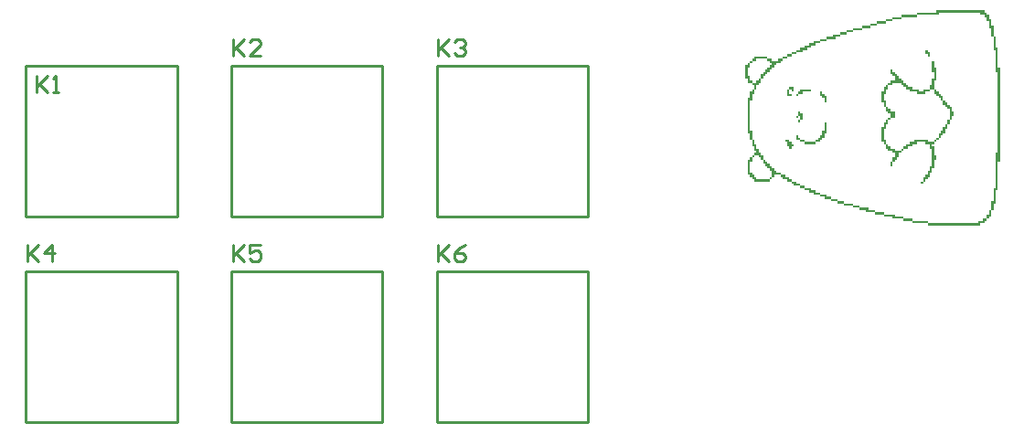
<source format=gbr>
%TF.GenerationSoftware,Altium Limited,Altium Designer,20.1.12 (249)*%
G04 Layer_Color=65535*
%FSLAX26Y26*%
%MOIN*%
%TF.SameCoordinates,9E99BA8B-9897-4C81-AE0E-6E9FF3DC4262*%
%TF.FilePolarity,Positive*%
%TF.FileFunction,Legend,Top*%
%TF.Part,Single*%
G01*
G75*
%TA.AperFunction,NonConductor*%
%ADD20C,0.010000*%
G36*
X3282087Y1507512D02*
X3226087D01*
Y1515512D01*
X3282087D01*
Y1507512D01*
D02*
G37*
G36*
X3226087Y1499512D02*
X3194087D01*
Y1507512D01*
X3226087D01*
Y1499512D01*
D02*
G37*
G36*
X3194087Y1491512D02*
X3170087D01*
Y1499512D01*
X3194087D01*
Y1491512D01*
D02*
G37*
G36*
X3170087Y1483512D02*
X3138087D01*
Y1491512D01*
X3170087D01*
Y1483512D01*
D02*
G37*
G36*
X3138087Y1475512D02*
X3114087D01*
Y1483512D01*
X3138087D01*
Y1475512D01*
D02*
G37*
G36*
X3114087Y1467512D02*
X3082087D01*
Y1475512D01*
X3114087D01*
Y1467512D01*
D02*
G37*
G36*
X3082087Y1459512D02*
X3050087D01*
Y1467512D01*
X3082087D01*
Y1459512D01*
D02*
G37*
G36*
X3050087Y1451512D02*
X3026087D01*
Y1459512D01*
X3050087D01*
Y1451512D01*
D02*
G37*
G36*
X3026087Y1443512D02*
X3002087D01*
Y1451512D01*
X3026087D01*
Y1443512D01*
D02*
G37*
G36*
X3002087Y1435512D02*
X2986087D01*
Y1427512D01*
X2954087D01*
Y1435512D01*
X2978087D01*
Y1443512D01*
X3002087D01*
Y1435512D01*
D02*
G37*
G36*
X2954087Y1419512D02*
X2930087D01*
Y1427512D01*
X2954087D01*
Y1419512D01*
D02*
G37*
G36*
X2930087Y1411512D02*
X2914087D01*
Y1403512D01*
X2898087D01*
Y1395512D01*
X2882087D01*
Y1387512D01*
X2866087D01*
Y1379512D01*
X2842087D01*
Y1387512D01*
X2858087D01*
Y1395512D01*
X2874087D01*
Y1403512D01*
X2890087D01*
Y1411512D01*
X2906087D01*
Y1419512D01*
X2930087D01*
Y1411512D01*
D02*
G37*
G36*
X2842087Y1371512D02*
X2826087D01*
Y1379512D01*
X2842087D01*
Y1371512D01*
D02*
G37*
G36*
X3322087Y1379512D02*
X3330087D01*
Y1363512D01*
X3322087D01*
Y1371512D01*
X3314087D01*
Y1387512D01*
X3322087D01*
Y1379512D01*
D02*
G37*
G36*
X2826087Y1363512D02*
X2810087D01*
Y1371512D01*
X2826087D01*
Y1363512D01*
D02*
G37*
G36*
X2810087Y1355512D02*
X2794087D01*
Y1363512D01*
X2810087D01*
Y1355512D01*
D02*
G37*
G36*
X2682087Y1339512D02*
X2674087D01*
Y1347512D01*
X2682087D01*
Y1339512D01*
D02*
G37*
G36*
X2738087Y1355512D02*
X2754087D01*
Y1347512D01*
X2778087D01*
Y1355512D01*
X2794087D01*
Y1347512D01*
X2786087D01*
Y1339512D01*
X2770087D01*
Y1331512D01*
X2762087D01*
Y1323512D01*
X2754087D01*
Y1315512D01*
X2746087D01*
Y1307512D01*
X2738087D01*
Y1299512D01*
X2730087D01*
Y1291512D01*
X2722087D01*
Y1283512D01*
X2714087D01*
Y1299512D01*
X2722087D01*
Y1307512D01*
X2730087D01*
Y1315512D01*
X2738087D01*
Y1323512D01*
X2746087D01*
Y1331512D01*
X2754087D01*
Y1339512D01*
X2746087D01*
Y1347512D01*
X2738087D01*
Y1355512D01*
X2698087D01*
Y1347512D01*
X2682087D01*
Y1355512D01*
X2690087D01*
Y1363512D01*
X2738087D01*
Y1355512D01*
D02*
G37*
G36*
X2674087Y1323512D02*
X2666087D01*
Y1291512D01*
X2674087D01*
Y1275512D01*
X2682087D01*
Y1267512D01*
X2698087D01*
Y1275512D01*
X2706087D01*
Y1283512D01*
X2714087D01*
Y1267512D01*
X2706087D01*
Y1259512D01*
X2698087D01*
Y1243512D01*
X2690087D01*
Y1259512D01*
X2682087D01*
Y1267512D01*
X2666087D01*
Y1283512D01*
X2658087D01*
Y1331512D01*
X2666087D01*
Y1339512D01*
X2674087D01*
Y1323512D01*
D02*
G37*
G36*
X2834087Y1235512D02*
X2826087D01*
Y1243512D01*
X2818087D01*
Y1251512D01*
X2834087D01*
Y1235512D01*
D02*
G37*
G36*
X3194087Y1307512D02*
X3202087D01*
Y1299512D01*
X3210087D01*
Y1291512D01*
X3218087D01*
Y1283512D01*
X3226087D01*
Y1275512D01*
X3234087D01*
Y1267512D01*
X3242087D01*
Y1259512D01*
X3250087D01*
Y1251512D01*
X3266087D01*
Y1243512D01*
X3290087D01*
Y1235512D01*
X3306087D01*
Y1243512D01*
X3330087D01*
Y1235512D01*
X3314087D01*
Y1227512D01*
X3282087D01*
Y1235512D01*
X3258087D01*
Y1243512D01*
X3242087D01*
Y1251512D01*
X3234087D01*
Y1259512D01*
X3226087D01*
Y1267512D01*
X3194087D01*
Y1259512D01*
X3178087D01*
Y1267512D01*
X3186087D01*
Y1275512D01*
X3202087D01*
Y1291512D01*
X3194087D01*
Y1299512D01*
X3186087D01*
Y1315512D01*
X3194087D01*
Y1307512D01*
D02*
G37*
G36*
X2898087Y1235512D02*
X2866087D01*
Y1227512D01*
X2850087D01*
Y1235512D01*
X2858087D01*
Y1243512D01*
X2898087D01*
Y1235512D01*
D02*
G37*
G36*
X2850087Y1219512D02*
X2842087D01*
Y1227512D01*
X2850087D01*
Y1219512D01*
D02*
G37*
G36*
X2818087Y1227512D02*
X2826087D01*
Y1219512D01*
X2810087D01*
Y1243512D01*
X2818087D01*
Y1227512D01*
D02*
G37*
G36*
X2938087D02*
X2946087D01*
Y1219512D01*
X2954087D01*
Y1195512D01*
X2946087D01*
Y1211512D01*
X2938087D01*
Y1219512D01*
X2930087D01*
Y1235512D01*
X2938087D01*
Y1227512D01*
D02*
G37*
G36*
X3178087Y1243512D02*
X3170087D01*
Y1227512D01*
X3162087D01*
Y1203512D01*
X3170087D01*
Y1179512D01*
X3178087D01*
Y1171512D01*
X3186087D01*
Y1163512D01*
X3202087D01*
Y1139512D01*
X3186087D01*
Y1155512D01*
X3178087D01*
Y1163512D01*
X3170087D01*
Y1179512D01*
X3162087D01*
Y1195512D01*
X3154087D01*
Y1235512D01*
X3162087D01*
Y1251512D01*
X3170087D01*
Y1259512D01*
X3178087D01*
Y1243512D01*
D02*
G37*
G36*
X2850087Y1139512D02*
X2842087D01*
Y1147512D01*
X2850087D01*
Y1139512D01*
D02*
G37*
G36*
X3346087Y1323512D02*
X3354087D01*
Y1275512D01*
X3346087D01*
Y1243512D01*
X3354087D01*
Y1235512D01*
X3362087D01*
Y1227512D01*
X3370087D01*
Y1219512D01*
X3378087D01*
Y1203512D01*
X3386087D01*
Y1195512D01*
X3394087D01*
Y1187512D01*
X3402087D01*
Y1179512D01*
X3410087D01*
Y1163512D01*
X3418087D01*
Y1147512D01*
X3410087D01*
Y1131512D01*
X3402087D01*
Y1171512D01*
X3394087D01*
Y1179512D01*
X3386087D01*
Y1187512D01*
X3378087D01*
Y1203512D01*
X3370087D01*
Y1211512D01*
X3362087D01*
Y1219512D01*
X3354087D01*
Y1227512D01*
X3346087D01*
Y1243512D01*
X3330087D01*
Y1259512D01*
X3338087D01*
Y1283512D01*
X3346087D01*
Y1307512D01*
X3338087D01*
Y1347512D01*
X3346087D01*
Y1323512D01*
D02*
G37*
G36*
X3186087Y1131512D02*
X3178087D01*
Y1139512D01*
X3186087D01*
Y1131512D01*
D02*
G37*
G36*
X2858087Y1155512D02*
X2866087D01*
Y1131512D01*
X2858087D01*
Y1147512D01*
X2850087D01*
Y1163512D01*
X2858087D01*
Y1155512D01*
D02*
G37*
G36*
Y1123512D02*
X2850087D01*
Y1131512D01*
X2858087D01*
Y1123512D01*
D02*
G37*
G36*
X3402087Y1115512D02*
X3394087D01*
Y1131512D01*
X3402087D01*
Y1115512D01*
D02*
G37*
G36*
X3394087Y1099512D02*
X3386087D01*
Y1083512D01*
X3378087D01*
Y1075512D01*
X3370087D01*
Y1067512D01*
X3362087D01*
Y1083512D01*
X3370087D01*
Y1091512D01*
X3378087D01*
Y1107512D01*
X3386087D01*
Y1115512D01*
X3394087D01*
Y1099512D01*
D02*
G37*
G36*
X3362087Y1059512D02*
X3354087D01*
Y1067512D01*
X3362087D01*
Y1059512D01*
D02*
G37*
G36*
X3354087Y1051512D02*
X3346087D01*
Y1059512D01*
X3354087D01*
Y1051512D01*
D02*
G37*
G36*
X2954087Y1083512D02*
X2946087D01*
Y1067512D01*
X2938087D01*
Y1059512D01*
X2930087D01*
Y1051512D01*
X2914087D01*
Y1059512D01*
X2922087D01*
Y1067512D01*
X2930087D01*
Y1075512D01*
X2938087D01*
Y1091512D01*
X2946087D01*
Y1123512D01*
X2954087D01*
Y1083512D01*
D02*
G37*
G36*
X2850087Y1067512D02*
X2858087D01*
Y1059512D01*
X2874087D01*
Y1051512D01*
X2914087D01*
Y1043512D01*
X2874087D01*
Y1051512D01*
X2858087D01*
Y1059512D01*
X2842087D01*
Y1075512D01*
X2850087D01*
Y1067512D01*
D02*
G37*
G36*
X2818087Y1051512D02*
X2826087D01*
Y1043512D01*
X2834087D01*
Y1035512D01*
X2826087D01*
Y1027512D01*
X2818087D01*
Y1035512D01*
X2810087D01*
Y1051512D01*
X2802087D01*
Y1059512D01*
X2818087D01*
Y1051512D01*
D02*
G37*
G36*
X3234087Y1019512D02*
X3226087D01*
Y1027512D01*
X3234087D01*
Y1019512D01*
D02*
G37*
G36*
X2690087Y995512D02*
X2682087D01*
Y1003512D01*
X2690087D01*
Y995512D01*
D02*
G37*
G36*
X3178087Y1115512D02*
X3170087D01*
Y1099512D01*
X3162087D01*
Y1059512D01*
X3170087D01*
Y1043512D01*
X3178087D01*
Y1035512D01*
X3186087D01*
Y1027512D01*
X3202087D01*
Y1019512D01*
X3226087D01*
Y1011512D01*
X3218087D01*
Y995512D01*
X3210087D01*
Y987512D01*
X3202087D01*
Y979512D01*
X3194087D01*
Y995512D01*
X3202087D01*
Y1011512D01*
X3194087D01*
Y1019512D01*
X3178087D01*
Y1027512D01*
X3170087D01*
Y1043512D01*
X3162087D01*
Y1051512D01*
X3154087D01*
Y1107512D01*
X3162087D01*
Y1123512D01*
X3170087D01*
Y1131512D01*
X3178087D01*
Y1115512D01*
D02*
G37*
G36*
X3194087Y963512D02*
X3186087D01*
Y979512D01*
X3194087D01*
Y963512D01*
D02*
G37*
G36*
X2754087Y915512D02*
X2746087D01*
Y923512D01*
X2754087D01*
Y915512D01*
D02*
G37*
G36*
X3322087Y1051512D02*
X3346087D01*
Y1043512D01*
X3338087D01*
Y1035512D01*
X3346087D01*
Y1003512D01*
X3354087D01*
Y987512D01*
X3346087D01*
Y955512D01*
X3338087D01*
Y939512D01*
X3330087D01*
Y923512D01*
X3322087D01*
Y915512D01*
X3314087D01*
Y907512D01*
X3306087D01*
Y923512D01*
X3314087D01*
Y931512D01*
X3322087D01*
Y947512D01*
X3330087D01*
Y963512D01*
X3338087D01*
Y1027512D01*
X3330087D01*
Y1043512D01*
X3314087D01*
Y1051512D01*
X3282087D01*
Y1043512D01*
X3266087D01*
Y1035512D01*
X3250087D01*
Y1027512D01*
X3234087D01*
Y1035512D01*
X3242087D01*
Y1043512D01*
X3258087D01*
Y1051512D01*
X3274087D01*
Y1059512D01*
X3322087D01*
Y1051512D01*
D02*
G37*
G36*
X2682087Y979512D02*
X2674087D01*
Y939512D01*
X2682087D01*
Y931512D01*
X2690087D01*
Y923512D01*
X2698087D01*
Y915512D01*
X2746087D01*
Y907512D01*
X2690087D01*
Y915512D01*
X2682087D01*
Y923512D01*
X2674087D01*
Y931512D01*
X2666087D01*
Y987512D01*
X2674087D01*
Y995512D01*
X2682087D01*
Y979512D01*
D02*
G37*
G36*
X3306087Y899512D02*
X3298087D01*
Y907512D01*
X3306087D01*
Y899512D01*
D02*
G37*
G36*
X3530087Y1523512D02*
X3538087D01*
Y1515512D01*
X3546087D01*
Y1499512D01*
X3554087D01*
Y1475512D01*
X3562087D01*
Y1435512D01*
X3570087D01*
Y1395512D01*
X3578087D01*
Y1323512D01*
X3586087D01*
Y979512D01*
X3578087D01*
Y875512D01*
X3570087D01*
Y827512D01*
X3562087D01*
Y803512D01*
X3554087D01*
Y835512D01*
X3562087D01*
Y883512D01*
X3570087D01*
Y1011512D01*
X3578087D01*
Y1307512D01*
X3570087D01*
Y1387512D01*
X3562087D01*
Y1435512D01*
X3554087D01*
Y1467512D01*
X3546087D01*
Y1491512D01*
X3538087D01*
Y1507512D01*
X3530087D01*
Y1515512D01*
X3514087D01*
Y1523512D01*
X3362087D01*
Y1515512D01*
X3282087D01*
Y1523512D01*
X3354087D01*
Y1531512D01*
X3530087D01*
Y1523512D01*
D02*
G37*
G36*
X3554087Y779512D02*
X3546087D01*
Y771512D01*
X3538087D01*
Y787512D01*
X3546087D01*
Y803512D01*
X3554087D01*
Y779512D01*
D02*
G37*
G36*
X2690087Y1227512D02*
X2682087D01*
Y1203512D01*
X2674087D01*
Y1091512D01*
X2682087D01*
Y1059512D01*
X2690087D01*
Y1043512D01*
X2698087D01*
Y1027512D01*
X2706087D01*
Y1011512D01*
X2714087D01*
Y1003512D01*
X2722087D01*
Y987512D01*
X2730087D01*
Y979512D01*
X2738087D01*
Y971512D01*
X2746087D01*
Y963512D01*
X2754087D01*
Y955512D01*
X2762087D01*
Y947512D01*
X2770087D01*
Y939512D01*
X2786087D01*
Y931512D01*
X2802087D01*
Y923512D01*
X2818087D01*
Y915512D01*
X2826087D01*
Y907512D01*
X2842087D01*
Y899512D01*
X2858087D01*
Y891512D01*
X2874087D01*
Y883512D01*
X2898087D01*
Y875512D01*
X2914087D01*
Y867512D01*
X2930087D01*
Y859512D01*
X2954087D01*
Y851512D01*
X2970087D01*
Y843512D01*
X2994087D01*
Y835512D01*
X3018087D01*
Y827512D01*
X3050087D01*
Y819512D01*
X3074087D01*
Y811512D01*
X3106087D01*
Y803512D01*
X3130087D01*
Y795512D01*
X3162087D01*
Y787512D01*
X3202087D01*
Y779512D01*
X3234087D01*
Y771512D01*
X3266087D01*
Y763512D01*
X3322087D01*
Y755512D01*
X3506087D01*
Y763512D01*
X3522087D01*
Y771512D01*
X3538087D01*
Y763512D01*
X3530087D01*
Y755512D01*
X3514087D01*
Y747512D01*
X3322087D01*
Y755512D01*
X3266087D01*
Y763512D01*
X3234087D01*
Y771512D01*
X3194087D01*
Y779512D01*
X3162087D01*
Y787512D01*
X3130087D01*
Y795512D01*
X3098087D01*
Y803512D01*
X3074087D01*
Y811512D01*
X3050087D01*
Y819512D01*
X3018087D01*
Y827512D01*
X2994087D01*
Y835512D01*
X2970087D01*
Y843512D01*
X2946087D01*
Y851512D01*
X2930087D01*
Y859512D01*
X2906087D01*
Y867512D01*
X2890087D01*
Y875512D01*
X2874087D01*
Y883512D01*
X2858087D01*
Y891512D01*
X2834087D01*
Y899512D01*
X2826087D01*
Y907512D01*
X2810087D01*
Y915512D01*
X2794087D01*
Y923512D01*
X2786087D01*
Y931512D01*
X2762087D01*
Y923512D01*
X2754087D01*
Y947512D01*
X2746087D01*
Y955512D01*
X2738087D01*
Y963512D01*
X2730087D01*
Y971512D01*
X2722087D01*
Y987512D01*
X2714087D01*
Y995512D01*
X2706087D01*
Y1003512D01*
X2690087D01*
Y1011512D01*
X2698087D01*
Y1019512D01*
X2690087D01*
Y1035512D01*
X2682087D01*
Y1059512D01*
X2674087D01*
Y1083512D01*
X2666087D01*
Y1211512D01*
X2674087D01*
Y1235512D01*
X2682087D01*
Y1243512D01*
X2690087D01*
Y1227512D01*
D02*
G37*
D20*
X585233Y29803D02*
Y580984D01*
X34052D02*
X585233D01*
X34052Y29803D02*
X585233D01*
X34052D02*
Y580984D01*
X585233Y779016D02*
Y1330197D01*
X34052D02*
X585233D01*
X34052Y779016D02*
X585233D01*
X34052D02*
Y1330197D01*
X1334682Y28779D02*
Y579961D01*
X783501D02*
X1334682D01*
X783501Y28779D02*
X1334682D01*
X783501D02*
Y579961D01*
X1334446Y779016D02*
Y1330197D01*
X783264D02*
X1334446D01*
X783264Y779016D02*
X1334446D01*
X783264D02*
Y1330197D01*
X2083894Y28779D02*
Y579961D01*
X1532713D02*
X2083894D01*
X1532713Y28779D02*
X2083894D01*
X1532713D02*
Y579961D01*
X2083658Y779016D02*
Y1330197D01*
X1532477D02*
X2083658D01*
X1532477Y779016D02*
X2083658D01*
X1532477D02*
Y1330197D01*
X1537493Y1424878D02*
Y1364898D01*
Y1384891D01*
X1577480Y1424878D01*
X1547490Y1394888D01*
X1577480Y1364898D01*
X1597473Y1414881D02*
X1607470Y1424878D01*
X1627464D01*
X1637460Y1414881D01*
Y1404885D01*
X1627464Y1394888D01*
X1617467D01*
X1627464D01*
X1637460Y1384891D01*
Y1374895D01*
X1627464Y1364898D01*
X1607470D01*
X1597473Y1374895D01*
X788493Y1424878D02*
Y1364898D01*
Y1384891D01*
X828480Y1424878D01*
X798490Y1394888D01*
X828480Y1364898D01*
X888461D02*
X848473D01*
X888461Y1404885D01*
Y1414881D01*
X878464Y1424878D01*
X858470D01*
X848473Y1414881D01*
X72218Y1291801D02*
Y1231821D01*
Y1251814D01*
X112205Y1291801D01*
X82215Y1261811D01*
X112205Y1231821D01*
X132198D02*
X152192D01*
X142195D01*
Y1291801D01*
X132198Y1281804D01*
X1537493Y674878D02*
Y614898D01*
Y634891D01*
X1577480Y674878D01*
X1547490Y644888D01*
X1577480Y614898D01*
X1637460Y674878D02*
X1617467Y664881D01*
X1597473Y644888D01*
Y624894D01*
X1607470Y614898D01*
X1627464D01*
X1637460Y624894D01*
Y634891D01*
X1627464Y644888D01*
X1597473D01*
X788493Y674878D02*
Y614898D01*
Y634891D01*
X828480Y674878D01*
X798490Y644888D01*
X828480Y614898D01*
X888461Y674878D02*
X848473D01*
Y644888D01*
X868467Y654885D01*
X878464D01*
X888461Y644888D01*
Y624894D01*
X878464Y614898D01*
X858470D01*
X848473Y624894D01*
X39493Y675878D02*
Y615898D01*
Y635891D01*
X79480Y675878D01*
X49490Y645888D01*
X79480Y615898D01*
X129464D02*
Y675878D01*
X99473Y645888D01*
X139460D01*
%TF.MD5,e27b559e0e2983e2a38ed6ecd554331d*%
M02*

</source>
